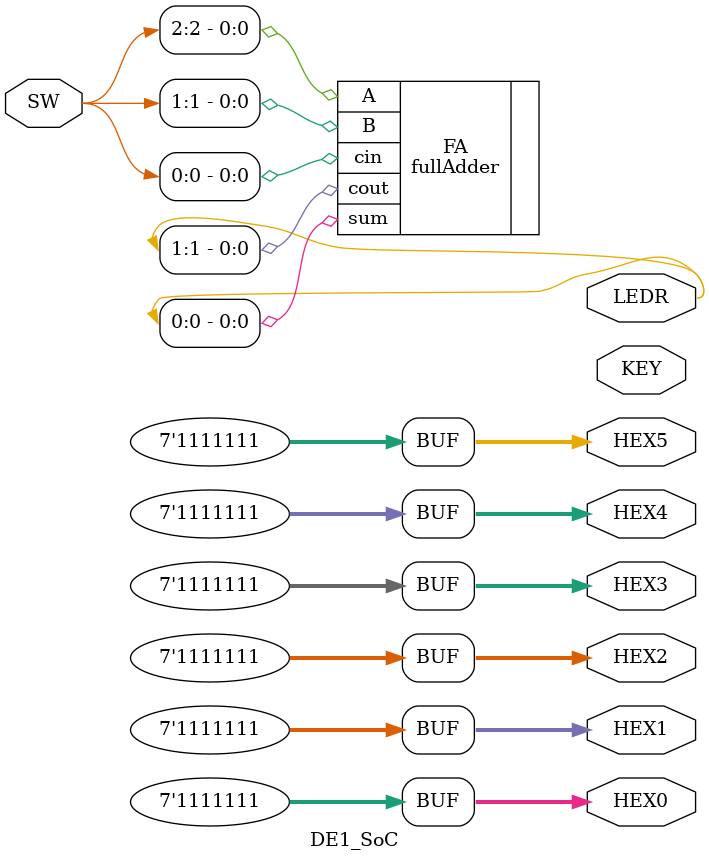
<source format=sv>
module DE1_SoC (HEX0, HEX1, HEX2, HEX3, HEX4, HEX5, KEY, LEDR, SW);
	output logic [6:0] HEX0, HEX1, HEX2, HEX3, HEX4, HEX5;
	output logic [9:0] LEDR;
	output logic [3:0] KEY;
	input logic [9:0] SW;
	
	fullAdder FA (.A(SW[2]), .B(SW[1]), .cin(SW[0]), .sum(LEDR[0]), .cout(LEDR[1]));
	
	assign HEX0 = 7'b1111111;
	assign HEX1 = 7'b1111111;
	assign HEX2 = 7'b1111111;
	assign HEX3 = 7'b1111111;
	assign HEX4 = 7'b1111111;
	assign HEX5 = 7'b1111111;
	
	endmodule

</source>
